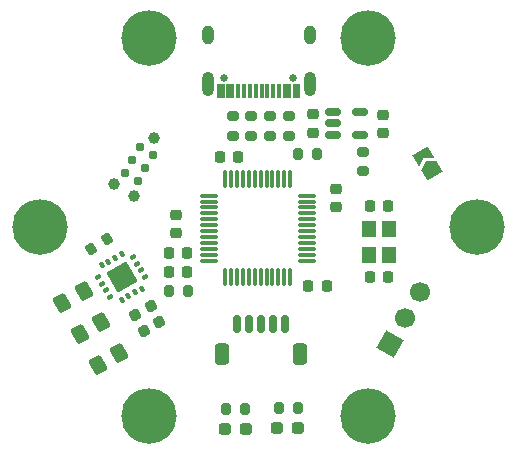
<source format=gbr>
%TF.GenerationSoftware,KiCad,Pcbnew,(7.0.0)*%
%TF.CreationDate,2023-12-11T14:41:33-05:00*%
%TF.ProjectId,stm32-accel-breakout,73746d33-322d-4616-9363-656c2d627265,rev?*%
%TF.SameCoordinates,Original*%
%TF.FileFunction,Soldermask,Top*%
%TF.FilePolarity,Negative*%
%FSLAX46Y46*%
G04 Gerber Fmt 4.6, Leading zero omitted, Abs format (unit mm)*
G04 Created by KiCad (PCBNEW (7.0.0)) date 2023-12-11 14:41:33*
%MOMM*%
%LPD*%
G01*
G04 APERTURE LIST*
G04 Aperture macros list*
%AMRoundRect*
0 Rectangle with rounded corners*
0 $1 Rounding radius*
0 $2 $3 $4 $5 $6 $7 $8 $9 X,Y pos of 4 corners*
0 Add a 4 corners polygon primitive as box body*
4,1,4,$2,$3,$4,$5,$6,$7,$8,$9,$2,$3,0*
0 Add four circle primitives for the rounded corners*
1,1,$1+$1,$2,$3*
1,1,$1+$1,$4,$5*
1,1,$1+$1,$6,$7*
1,1,$1+$1,$8,$9*
0 Add four rect primitives between the rounded corners*
20,1,$1+$1,$2,$3,$4,$5,0*
20,1,$1+$1,$4,$5,$6,$7,0*
20,1,$1+$1,$6,$7,$8,$9,0*
20,1,$1+$1,$8,$9,$2,$3,0*%
%AMHorizOval*
0 Thick line with rounded ends*
0 $1 width*
0 $2 $3 position (X,Y) of the first rounded end (center of the circle)*
0 $4 $5 position (X,Y) of the second rounded end (center of the circle)*
0 Add line between two ends*
20,1,$1,$2,$3,$4,$5,0*
0 Add two circle primitives to create the rounded ends*
1,1,$1,$2,$3*
1,1,$1,$4,$5*%
%AMRotRect*
0 Rectangle, with rotation*
0 The origin of the aperture is its center*
0 $1 length*
0 $2 width*
0 $3 Rotation angle, in degrees counterclockwise*
0 Add horizontal line*
21,1,$1,$2,0,0,$3*%
%AMFreePoly0*
4,1,6,0.500000,-0.750000,-0.650000,-0.750000,-0.150000,0.000000,-0.650000,0.750000,0.500000,0.750000,0.500000,-0.750000,0.500000,-0.750000,$1*%
%AMFreePoly1*
4,1,6,1.000000,0.000000,0.500000,-0.750000,-0.500000,-0.750000,-0.500000,0.750000,0.500000,0.750000,1.000000,0.000000,1.000000,0.000000,$1*%
G04 Aperture macros list end*
%ADD10C,4.700000*%
%ADD11C,0.650000*%
%ADD12R,0.300000X1.150000*%
%ADD13O,1.000000X2.100000*%
%ADD14O,1.000000X1.600000*%
%ADD15RoundRect,0.150000X-0.512500X-0.150000X0.512500X-0.150000X0.512500X0.150000X-0.512500X0.150000X0*%
%ADD16RoundRect,0.250000X0.054784X0.580112X-0.529784X0.242612X-0.054784X-0.580112X0.529784X-0.242612X0*%
%ADD17RoundRect,0.100000X0.101554X0.174103X-0.201554X-0.000897X-0.101554X-0.174103X0.201554X0.000897X0*%
%ADD18RoundRect,0.100000X-0.000897X0.201554X-0.174103X0.101554X0.000897X-0.201554X0.174103X-0.101554X0*%
%ADD19RotRect,1.950000X1.950000X210.000000*%
%ADD20RoundRect,0.200000X0.275000X-0.200000X0.275000X0.200000X-0.275000X0.200000X-0.275000X-0.200000X0*%
%ADD21RotRect,1.700000X1.700000X150.000000*%
%ADD22HorizOval,1.700000X0.000000X0.000000X0.000000X0.000000X0*%
%ADD23RoundRect,0.200000X0.200000X0.275000X-0.200000X0.275000X-0.200000X-0.275000X0.200000X-0.275000X0*%
%ADD24RoundRect,0.075000X-0.662500X-0.075000X0.662500X-0.075000X0.662500X0.075000X-0.662500X0.075000X0*%
%ADD25RoundRect,0.075000X-0.075000X-0.662500X0.075000X-0.662500X0.075000X0.662500X-0.075000X0.662500X0*%
%ADD26RoundRect,0.200000X-0.275000X0.200000X-0.275000X-0.200000X0.275000X-0.200000X0.275000X0.200000X0*%
%ADD27RoundRect,0.237500X-0.287500X-0.237500X0.287500X-0.237500X0.287500X0.237500X-0.287500X0.237500X0*%
%ADD28RoundRect,0.225000X0.250000X-0.225000X0.250000X0.225000X-0.250000X0.225000X-0.250000X-0.225000X0*%
%ADD29RoundRect,0.225000X0.069856X0.329006X-0.319856X0.104006X-0.069856X-0.329006X0.319856X-0.104006X0*%
%ADD30RoundRect,0.225000X0.225000X0.250000X-0.225000X0.250000X-0.225000X-0.250000X0.225000X-0.250000X0*%
%ADD31RoundRect,0.225000X-0.225000X-0.250000X0.225000X-0.250000X0.225000X0.250000X-0.225000X0.250000X0*%
%ADD32RoundRect,0.225000X-0.250000X0.225000X-0.250000X-0.225000X0.250000X-0.225000X0.250000X0.225000X0*%
%ADD33FreePoly0,120.000000*%
%ADD34FreePoly1,120.000000*%
%ADD35RoundRect,0.150000X0.150000X0.625000X-0.150000X0.625000X-0.150000X-0.625000X0.150000X-0.625000X0*%
%ADD36RoundRect,0.250000X0.350000X0.650000X-0.350000X0.650000X-0.350000X-0.650000X0.350000X-0.650000X0*%
%ADD37C,0.990600*%
%ADD38C,0.787400*%
%ADD39RoundRect,0.200000X-0.035705X-0.338157X0.310705X-0.138157X0.035705X0.338157X-0.310705X0.138157X0*%
%ADD40R,1.200000X1.400000*%
G04 APERTURE END LIST*
D10*
%TO.C,H6*%
X168327215Y-100278051D03*
%TD*%
%TO.C,H5*%
X131327215Y-100278051D03*
%TD*%
%TO.C,H4*%
X140577215Y-84278051D03*
%TD*%
%TO.C,H3*%
X159077215Y-84278051D03*
%TD*%
%TO.C,H2*%
X159077215Y-116278051D03*
%TD*%
%TO.C,H1*%
X140577215Y-116278051D03*
%TD*%
D11*
%TO.C,J1*%
X152717215Y-87633051D03*
X146937215Y-87633051D03*
D12*
X153177214Y-88698050D03*
X152377214Y-88698050D03*
X151077214Y-88698050D03*
X150077214Y-88698050D03*
X149577214Y-88698050D03*
X148577214Y-88698050D03*
X147277214Y-88698050D03*
X146477214Y-88698050D03*
X146777214Y-88698050D03*
X147577214Y-88698050D03*
X148077214Y-88698050D03*
X149077214Y-88698050D03*
X150577214Y-88698050D03*
X151577214Y-88698050D03*
X152077214Y-88698050D03*
X152877214Y-88698050D03*
D13*
X154147214Y-88133050D03*
D14*
X154147214Y-83953050D03*
D13*
X145507214Y-88133050D03*
D14*
X145507214Y-83953050D03*
%TD*%
D15*
%TO.C,U2*%
X156152215Y-90528051D03*
X156152215Y-91478051D03*
X156152215Y-92428051D03*
X158427215Y-92428051D03*
X158427215Y-90528051D03*
%TD*%
D16*
%TO.C,C7*%
X135017215Y-105664578D03*
X133220213Y-106702078D03*
%TD*%
D17*
%TO.C,U3*%
X140186958Y-104472426D03*
X139861958Y-103909509D03*
X139536958Y-103346593D03*
X139211958Y-102783676D03*
D18*
X138221590Y-102518308D03*
X137658673Y-102843308D03*
X137095757Y-103168308D03*
X136532840Y-103493308D03*
D17*
X136267472Y-104483676D03*
X136592472Y-105046593D03*
X136917472Y-105609509D03*
X137242472Y-106172426D03*
D18*
X138232840Y-106437794D03*
X138795757Y-106112794D03*
X139358673Y-105787794D03*
X139921590Y-105462794D03*
D19*
X138227214Y-104478050D03*
%TD*%
D20*
%TO.C,R6*%
X149227215Y-92503051D03*
X149227215Y-90853051D03*
%TD*%
D21*
%TO.C,J3*%
X160949999Y-110149999D03*
D22*
X162219999Y-107950294D03*
X163489999Y-105750590D03*
%TD*%
D23*
%TO.C,R7*%
X143852215Y-105678051D03*
X142202215Y-105678051D03*
%TD*%
%TO.C,R10*%
X153175000Y-115600000D03*
X151525000Y-115600000D03*
%TD*%
D24*
%TO.C,U1*%
X145587500Y-97587500D03*
X145587500Y-98087500D03*
X145587500Y-98587500D03*
X145587500Y-99087500D03*
X145587500Y-99587500D03*
X145587500Y-100087500D03*
X145587500Y-100587500D03*
X145587500Y-101087500D03*
X145587500Y-101587500D03*
X145587500Y-102087500D03*
X145587500Y-102587500D03*
X145587500Y-103087500D03*
D25*
X147000000Y-104500000D03*
X147500000Y-104500000D03*
X148000000Y-104500000D03*
X148500000Y-104500000D03*
X149000000Y-104500000D03*
X149500000Y-104500000D03*
X150000000Y-104500000D03*
X150500000Y-104500000D03*
X151000000Y-104500000D03*
X151500000Y-104500000D03*
X152000000Y-104500000D03*
X152500000Y-104500000D03*
D24*
X153912500Y-103087500D03*
X153912500Y-102587500D03*
X153912500Y-102087500D03*
X153912500Y-101587500D03*
X153912500Y-101087500D03*
X153912500Y-100587500D03*
X153912500Y-100087500D03*
X153912500Y-99587500D03*
X153912500Y-99087500D03*
X153912500Y-98587500D03*
X153912500Y-98087500D03*
X153912500Y-97587500D03*
D25*
X152500000Y-96175000D03*
X152000000Y-96175000D03*
X151500000Y-96175000D03*
X151000000Y-96175000D03*
X150500000Y-96175000D03*
X150000000Y-96175000D03*
X149500000Y-96175000D03*
X149000000Y-96175000D03*
X148500000Y-96175000D03*
X148000000Y-96175000D03*
X147500000Y-96175000D03*
X147000000Y-96175000D03*
%TD*%
D26*
%TO.C,R2*%
X147627215Y-90853051D03*
X147627215Y-92503051D03*
%TD*%
%TO.C,R1*%
X152427215Y-90853051D03*
X152427215Y-92503051D03*
%TD*%
D27*
%TO.C,D2*%
X151425000Y-117300000D03*
X153175000Y-117300000D03*
%TD*%
D28*
%TO.C,C1*%
X160327215Y-92303051D03*
X160327215Y-90753051D03*
%TD*%
D29*
%TO.C,C11*%
X141427215Y-108278051D03*
X140084875Y-109053051D03*
%TD*%
D26*
%TO.C,R3*%
X158627215Y-93853051D03*
X158627215Y-95503051D03*
%TD*%
D30*
%TO.C,C4*%
X155602215Y-105278051D03*
X154052215Y-105278051D03*
%TD*%
D31*
%TO.C,C14*%
X159252215Y-98478051D03*
X160802215Y-98478051D03*
%TD*%
D26*
%TO.C,R4*%
X150827215Y-90853051D03*
X150827215Y-92503051D03*
%TD*%
D32*
%TO.C,C3*%
X156350000Y-97025000D03*
X156350000Y-98575000D03*
%TD*%
D16*
%TO.C,C9*%
X138027215Y-110878051D03*
X136230213Y-111915551D03*
%TD*%
D27*
%TO.C,D1*%
X147022785Y-117330492D03*
X148772785Y-117330492D03*
%TD*%
D33*
%TO.C,JP1*%
X163787500Y-94272132D03*
D34*
X164512500Y-95527868D03*
%TD*%
D23*
%TO.C,R9*%
X148697785Y-115630492D03*
X147047785Y-115630492D03*
%TD*%
D30*
%TO.C,C15*%
X160777215Y-104478051D03*
X159227215Y-104478051D03*
%TD*%
D31*
%TO.C,C6*%
X146552215Y-94278051D03*
X148102215Y-94278051D03*
%TD*%
D28*
%TO.C,C2*%
X154427215Y-92253051D03*
X154427215Y-90703051D03*
%TD*%
%TO.C,C5*%
X142800000Y-100775000D03*
X142800000Y-99225000D03*
%TD*%
D29*
%TO.C,C10*%
X140698385Y-106890551D03*
X139356045Y-107665551D03*
%TD*%
D23*
%TO.C,R5*%
X154802215Y-94078051D03*
X153152215Y-94078051D03*
%TD*%
D16*
%TO.C,C8*%
X136522215Y-108271315D03*
X134725213Y-109308815D03*
%TD*%
D30*
%TO.C,C12*%
X143802215Y-104078051D03*
X142252215Y-104078051D03*
%TD*%
D35*
%TO.C,J2*%
X152027215Y-108453051D03*
X151027215Y-108453051D03*
X150027215Y-108453051D03*
X149027215Y-108453051D03*
X148027215Y-108453051D03*
D36*
X153327215Y-110978051D03*
X146727215Y-110978051D03*
%TD*%
D37*
%TO.C,J4*%
X140970000Y-92700295D03*
X139309882Y-97607705D03*
X137550118Y-96591705D03*
D38*
X139785074Y-93482648D03*
X140884926Y-94117648D03*
X139150074Y-94582500D03*
X140249926Y-95217500D03*
X138515074Y-95682352D03*
X139614926Y-96317352D03*
%TD*%
D30*
%TO.C,C13*%
X143802215Y-102478051D03*
X142252215Y-102478051D03*
%TD*%
D39*
%TO.C,R8*%
X135598273Y-102103051D03*
X137027215Y-101278051D03*
%TD*%
D40*
%TO.C,Y1*%
X159152214Y-100378050D03*
X159152214Y-102578050D03*
X160852214Y-102578050D03*
X160852214Y-100378050D03*
%TD*%
M02*

</source>
